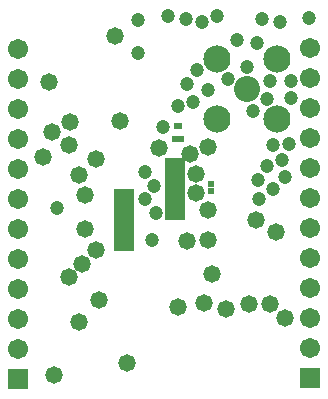
<source format=gbs>
G04*
G04 #@! TF.GenerationSoftware,Altium Limited,Altium Designer,19.1.8 (144)*
G04*
G04 Layer_Color=16711935*
%FSLAX25Y25*%
%MOIN*%
G70*
G01*
G75*
%ADD48R,0.02060X0.02217*%
%ADD61C,0.06706*%
%ADD62R,0.06706X0.06706*%
%ADD63C,0.09068*%
%ADD64C,0.08674*%
%ADD65C,0.05800*%
%ADD66C,0.04737*%
%ADD81R,0.02217X0.02060*%
%ADD82R,0.06627X0.21115*%
%ADD83R,0.01757X0.01981*%
D48*
X71000Y71602D02*
D03*
Y69398D02*
D03*
D61*
X6500Y116500D02*
D03*
Y106500D02*
D03*
Y96500D02*
D03*
Y86500D02*
D03*
Y76500D02*
D03*
Y66500D02*
D03*
Y56500D02*
D03*
Y46500D02*
D03*
Y36500D02*
D03*
Y26500D02*
D03*
Y16500D02*
D03*
X104000Y117000D02*
D03*
Y107000D02*
D03*
Y97000D02*
D03*
Y87000D02*
D03*
Y77000D02*
D03*
Y67000D02*
D03*
Y57000D02*
D03*
Y47000D02*
D03*
Y37000D02*
D03*
Y27000D02*
D03*
Y17000D02*
D03*
D62*
X6500Y6500D02*
D03*
X104000Y7000D02*
D03*
D63*
X92980Y93153D02*
D03*
X72979D02*
D03*
Y113153D02*
D03*
X92980D02*
D03*
D64*
X82980Y103153D02*
D03*
D65*
X28000Y45000D02*
D03*
X23500Y40500D02*
D03*
X83500Y31500D02*
D03*
X66000Y68500D02*
D03*
X76000Y30000D02*
D03*
X32500Y49500D02*
D03*
X70000Y84000D02*
D03*
X29000Y56500D02*
D03*
X70000Y63000D02*
D03*
X64000Y81500D02*
D03*
X15000Y80500D02*
D03*
X66000Y75000D02*
D03*
X32500Y80000D02*
D03*
X68500Y32000D02*
D03*
X70000Y53000D02*
D03*
X40500Y92500D02*
D03*
X27000Y74500D02*
D03*
X63000Y52500D02*
D03*
X27000Y25500D02*
D03*
X53500Y83500D02*
D03*
X18500Y8000D02*
D03*
X90500Y31500D02*
D03*
X43000Y12000D02*
D03*
X71062Y41500D02*
D03*
X23500Y84500D02*
D03*
X18000Y89000D02*
D03*
X24000Y92264D02*
D03*
X60000Y30500D02*
D03*
X86000Y59500D02*
D03*
X29000Y68000D02*
D03*
X33500Y33000D02*
D03*
X39000Y121000D02*
D03*
X17000Y105500D02*
D03*
X92500Y55500D02*
D03*
X95500Y27000D02*
D03*
D66*
X76500Y106500D02*
D03*
X46563Y126153D02*
D03*
X19500Y63500D02*
D03*
X46606Y115319D02*
D03*
X56500Y127500D02*
D03*
X103500Y127000D02*
D03*
X62429Y126605D02*
D03*
X87976Y126724D02*
D03*
X93925Y125537D02*
D03*
X60000Y97500D02*
D03*
X67942Y125523D02*
D03*
X72805Y127554D02*
D03*
X65000Y99000D02*
D03*
X86340Y118796D02*
D03*
X79500Y119500D02*
D03*
X87000Y66500D02*
D03*
X51192Y53095D02*
D03*
X54736Y90760D02*
D03*
X63000Y105000D02*
D03*
X66072Y109619D02*
D03*
X97482Y106110D02*
D03*
X97610Y100475D02*
D03*
X97000Y85000D02*
D03*
X95500Y74000D02*
D03*
X91500Y70000D02*
D03*
X70000Y103000D02*
D03*
X94500Y79500D02*
D03*
X86500Y73000D02*
D03*
X49000Y66500D02*
D03*
Y75500D02*
D03*
X90500Y106000D02*
D03*
X89500Y100000D02*
D03*
X85000Y96000D02*
D03*
X91500Y84500D02*
D03*
X89500Y77500D02*
D03*
X52500Y62000D02*
D03*
X52000Y71000D02*
D03*
X83000Y110500D02*
D03*
D81*
X58758Y86500D02*
D03*
X60963D02*
D03*
D82*
X59000Y70000D02*
D03*
X41953Y59685D02*
D03*
D83*
X59122Y91000D02*
D03*
X60500D02*
D03*
M02*

</source>
